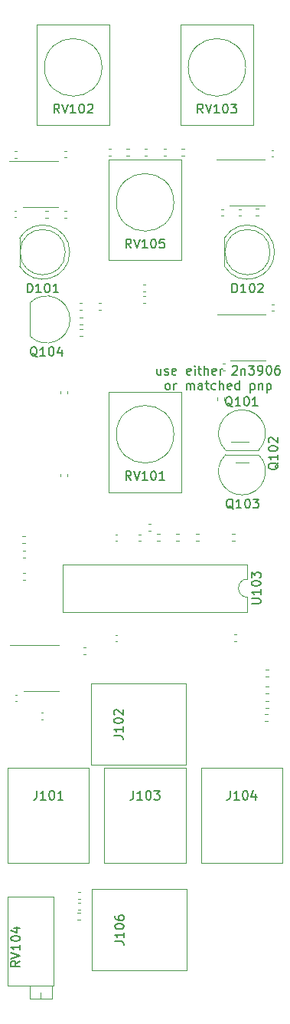
<source format=gbr>
%TF.GenerationSoftware,KiCad,Pcbnew,(5.1.7-0-10_14)*%
%TF.CreationDate,2021-05-19T07:56:11-04:00*%
%TF.ProjectId,VCF,5643462e-6b69-4636-9164-5f7063625858,rev?*%
%TF.SameCoordinates,Original*%
%TF.FileFunction,Legend,Top*%
%TF.FilePolarity,Positive*%
%FSLAX46Y46*%
G04 Gerber Fmt 4.6, Leading zero omitted, Abs format (unit mm)*
G04 Created by KiCad (PCBNEW (5.1.7-0-10_14)) date 2021-05-19 07:56:11*
%MOMM*%
%LPD*%
G01*
G04 APERTURE LIST*
%ADD10C,0.150000*%
%ADD11C,0.120000*%
G04 APERTURE END LIST*
D10*
X117242857Y-108160714D02*
X117242857Y-108827380D01*
X116814285Y-108160714D02*
X116814285Y-108684523D01*
X116861904Y-108779761D01*
X116957142Y-108827380D01*
X117100000Y-108827380D01*
X117195238Y-108779761D01*
X117242857Y-108732142D01*
X117671428Y-108779761D02*
X117766666Y-108827380D01*
X117957142Y-108827380D01*
X118052380Y-108779761D01*
X118100000Y-108684523D01*
X118100000Y-108636904D01*
X118052380Y-108541666D01*
X117957142Y-108494047D01*
X117814285Y-108494047D01*
X117719047Y-108446428D01*
X117671428Y-108351190D01*
X117671428Y-108303571D01*
X117719047Y-108208333D01*
X117814285Y-108160714D01*
X117957142Y-108160714D01*
X118052380Y-108208333D01*
X118909523Y-108779761D02*
X118814285Y-108827380D01*
X118623809Y-108827380D01*
X118528571Y-108779761D01*
X118480952Y-108684523D01*
X118480952Y-108303571D01*
X118528571Y-108208333D01*
X118623809Y-108160714D01*
X118814285Y-108160714D01*
X118909523Y-108208333D01*
X118957142Y-108303571D01*
X118957142Y-108398809D01*
X118480952Y-108494047D01*
X120528571Y-108779761D02*
X120433333Y-108827380D01*
X120242857Y-108827380D01*
X120147619Y-108779761D01*
X120100000Y-108684523D01*
X120100000Y-108303571D01*
X120147619Y-108208333D01*
X120242857Y-108160714D01*
X120433333Y-108160714D01*
X120528571Y-108208333D01*
X120576190Y-108303571D01*
X120576190Y-108398809D01*
X120100000Y-108494047D01*
X121004761Y-108827380D02*
X121004761Y-108160714D01*
X121004761Y-107827380D02*
X120957142Y-107875000D01*
X121004761Y-107922619D01*
X121052380Y-107875000D01*
X121004761Y-107827380D01*
X121004761Y-107922619D01*
X121338095Y-108160714D02*
X121719047Y-108160714D01*
X121480952Y-107827380D02*
X121480952Y-108684523D01*
X121528571Y-108779761D01*
X121623809Y-108827380D01*
X121719047Y-108827380D01*
X122052380Y-108827380D02*
X122052380Y-107827380D01*
X122480952Y-108827380D02*
X122480952Y-108303571D01*
X122433333Y-108208333D01*
X122338095Y-108160714D01*
X122195238Y-108160714D01*
X122100000Y-108208333D01*
X122052380Y-108255952D01*
X123338095Y-108779761D02*
X123242857Y-108827380D01*
X123052380Y-108827380D01*
X122957142Y-108779761D01*
X122909523Y-108684523D01*
X122909523Y-108303571D01*
X122957142Y-108208333D01*
X123052380Y-108160714D01*
X123242857Y-108160714D01*
X123338095Y-108208333D01*
X123385714Y-108303571D01*
X123385714Y-108398809D01*
X122909523Y-108494047D01*
X123814285Y-108827380D02*
X123814285Y-108160714D01*
X123814285Y-108351190D02*
X123861904Y-108255952D01*
X123909523Y-108208333D01*
X124004761Y-108160714D01*
X124100000Y-108160714D01*
X125147619Y-107922619D02*
X125195238Y-107875000D01*
X125290476Y-107827380D01*
X125528571Y-107827380D01*
X125623809Y-107875000D01*
X125671428Y-107922619D01*
X125719047Y-108017857D01*
X125719047Y-108113095D01*
X125671428Y-108255952D01*
X125100000Y-108827380D01*
X125719047Y-108827380D01*
X126147619Y-108160714D02*
X126147619Y-108827380D01*
X126147619Y-108255952D02*
X126195238Y-108208333D01*
X126290476Y-108160714D01*
X126433333Y-108160714D01*
X126528571Y-108208333D01*
X126576190Y-108303571D01*
X126576190Y-108827380D01*
X126957142Y-107827380D02*
X127576190Y-107827380D01*
X127242857Y-108208333D01*
X127385714Y-108208333D01*
X127480952Y-108255952D01*
X127528571Y-108303571D01*
X127576190Y-108398809D01*
X127576190Y-108636904D01*
X127528571Y-108732142D01*
X127480952Y-108779761D01*
X127385714Y-108827380D01*
X127100000Y-108827380D01*
X127004761Y-108779761D01*
X126957142Y-108732142D01*
X128052380Y-108827380D02*
X128242857Y-108827380D01*
X128338095Y-108779761D01*
X128385714Y-108732142D01*
X128480952Y-108589285D01*
X128528571Y-108398809D01*
X128528571Y-108017857D01*
X128480952Y-107922619D01*
X128433333Y-107875000D01*
X128338095Y-107827380D01*
X128147619Y-107827380D01*
X128052380Y-107875000D01*
X128004761Y-107922619D01*
X127957142Y-108017857D01*
X127957142Y-108255952D01*
X128004761Y-108351190D01*
X128052380Y-108398809D01*
X128147619Y-108446428D01*
X128338095Y-108446428D01*
X128433333Y-108398809D01*
X128480952Y-108351190D01*
X128528571Y-108255952D01*
X129147619Y-107827380D02*
X129242857Y-107827380D01*
X129338095Y-107875000D01*
X129385714Y-107922619D01*
X129433333Y-108017857D01*
X129480952Y-108208333D01*
X129480952Y-108446428D01*
X129433333Y-108636904D01*
X129385714Y-108732142D01*
X129338095Y-108779761D01*
X129242857Y-108827380D01*
X129147619Y-108827380D01*
X129052380Y-108779761D01*
X129004761Y-108732142D01*
X128957142Y-108636904D01*
X128909523Y-108446428D01*
X128909523Y-108208333D01*
X128957142Y-108017857D01*
X129004761Y-107922619D01*
X129052380Y-107875000D01*
X129147619Y-107827380D01*
X130338095Y-107827380D02*
X130147619Y-107827380D01*
X130052380Y-107875000D01*
X130004761Y-107922619D01*
X129909523Y-108065476D01*
X129861904Y-108255952D01*
X129861904Y-108636904D01*
X129909523Y-108732142D01*
X129957142Y-108779761D01*
X130052380Y-108827380D01*
X130242857Y-108827380D01*
X130338095Y-108779761D01*
X130385714Y-108732142D01*
X130433333Y-108636904D01*
X130433333Y-108398809D01*
X130385714Y-108303571D01*
X130338095Y-108255952D01*
X130242857Y-108208333D01*
X130052380Y-108208333D01*
X129957142Y-108255952D01*
X129909523Y-108303571D01*
X129861904Y-108398809D01*
X117933333Y-110477380D02*
X117838095Y-110429761D01*
X117790476Y-110382142D01*
X117742857Y-110286904D01*
X117742857Y-110001190D01*
X117790476Y-109905952D01*
X117838095Y-109858333D01*
X117933333Y-109810714D01*
X118076190Y-109810714D01*
X118171428Y-109858333D01*
X118219047Y-109905952D01*
X118266666Y-110001190D01*
X118266666Y-110286904D01*
X118219047Y-110382142D01*
X118171428Y-110429761D01*
X118076190Y-110477380D01*
X117933333Y-110477380D01*
X118695238Y-110477380D02*
X118695238Y-109810714D01*
X118695238Y-110001190D02*
X118742857Y-109905952D01*
X118790476Y-109858333D01*
X118885714Y-109810714D01*
X118980952Y-109810714D01*
X120076190Y-110477380D02*
X120076190Y-109810714D01*
X120076190Y-109905952D02*
X120123809Y-109858333D01*
X120219047Y-109810714D01*
X120361904Y-109810714D01*
X120457142Y-109858333D01*
X120504761Y-109953571D01*
X120504761Y-110477380D01*
X120504761Y-109953571D02*
X120552380Y-109858333D01*
X120647619Y-109810714D01*
X120790476Y-109810714D01*
X120885714Y-109858333D01*
X120933333Y-109953571D01*
X120933333Y-110477380D01*
X121838095Y-110477380D02*
X121838095Y-109953571D01*
X121790476Y-109858333D01*
X121695238Y-109810714D01*
X121504761Y-109810714D01*
X121409523Y-109858333D01*
X121838095Y-110429761D02*
X121742857Y-110477380D01*
X121504761Y-110477380D01*
X121409523Y-110429761D01*
X121361904Y-110334523D01*
X121361904Y-110239285D01*
X121409523Y-110144047D01*
X121504761Y-110096428D01*
X121742857Y-110096428D01*
X121838095Y-110048809D01*
X122171428Y-109810714D02*
X122552380Y-109810714D01*
X122314285Y-109477380D02*
X122314285Y-110334523D01*
X122361904Y-110429761D01*
X122457142Y-110477380D01*
X122552380Y-110477380D01*
X123314285Y-110429761D02*
X123219047Y-110477380D01*
X123028571Y-110477380D01*
X122933333Y-110429761D01*
X122885714Y-110382142D01*
X122838095Y-110286904D01*
X122838095Y-110001190D01*
X122885714Y-109905952D01*
X122933333Y-109858333D01*
X123028571Y-109810714D01*
X123219047Y-109810714D01*
X123314285Y-109858333D01*
X123742857Y-110477380D02*
X123742857Y-109477380D01*
X124171428Y-110477380D02*
X124171428Y-109953571D01*
X124123809Y-109858333D01*
X124028571Y-109810714D01*
X123885714Y-109810714D01*
X123790476Y-109858333D01*
X123742857Y-109905952D01*
X125028571Y-110429761D02*
X124933333Y-110477380D01*
X124742857Y-110477380D01*
X124647619Y-110429761D01*
X124600000Y-110334523D01*
X124600000Y-109953571D01*
X124647619Y-109858333D01*
X124742857Y-109810714D01*
X124933333Y-109810714D01*
X125028571Y-109858333D01*
X125076190Y-109953571D01*
X125076190Y-110048809D01*
X124600000Y-110144047D01*
X125933333Y-110477380D02*
X125933333Y-109477380D01*
X125933333Y-110429761D02*
X125838095Y-110477380D01*
X125647619Y-110477380D01*
X125552380Y-110429761D01*
X125504761Y-110382142D01*
X125457142Y-110286904D01*
X125457142Y-110001190D01*
X125504761Y-109905952D01*
X125552380Y-109858333D01*
X125647619Y-109810714D01*
X125838095Y-109810714D01*
X125933333Y-109858333D01*
X127171428Y-109810714D02*
X127171428Y-110810714D01*
X127171428Y-109858333D02*
X127266666Y-109810714D01*
X127457142Y-109810714D01*
X127552380Y-109858333D01*
X127600000Y-109905952D01*
X127647619Y-110001190D01*
X127647619Y-110286904D01*
X127600000Y-110382142D01*
X127552380Y-110429761D01*
X127457142Y-110477380D01*
X127266666Y-110477380D01*
X127171428Y-110429761D01*
X128076190Y-109810714D02*
X128076190Y-110477380D01*
X128076190Y-109905952D02*
X128123809Y-109858333D01*
X128219047Y-109810714D01*
X128361904Y-109810714D01*
X128457142Y-109858333D01*
X128504761Y-109953571D01*
X128504761Y-110477380D01*
X128980952Y-109810714D02*
X128980952Y-110810714D01*
X128980952Y-109858333D02*
X129076190Y-109810714D01*
X129266666Y-109810714D01*
X129361904Y-109858333D01*
X129409523Y-109905952D01*
X129457142Y-110001190D01*
X129457142Y-110286904D01*
X129409523Y-110382142D01*
X129361904Y-110429761D01*
X129266666Y-110477380D01*
X129076190Y-110477380D01*
X128980952Y-110429761D01*
D11*
%TO.C,U105*%
X126900000Y-102140000D02*
X123450000Y-102140000D01*
X126900000Y-102140000D02*
X128850000Y-102140000D01*
X126900000Y-107260000D02*
X124950000Y-107260000D01*
X126900000Y-107260000D02*
X128850000Y-107260000D01*
%TO.C,U104*%
X104000000Y-138640000D02*
X100550000Y-138640000D01*
X104000000Y-138640000D02*
X105950000Y-138640000D01*
X104000000Y-143760000D02*
X102050000Y-143760000D01*
X104000000Y-143760000D02*
X105950000Y-143760000D01*
%TO.C,U103*%
X126830000Y-135040000D02*
X126830000Y-133390000D01*
X106390000Y-135040000D02*
X126830000Y-135040000D01*
X106390000Y-129740000D02*
X106390000Y-135040000D01*
X126830000Y-129740000D02*
X106390000Y-129740000D01*
X126830000Y-131390000D02*
X126830000Y-129740000D01*
X126830000Y-133390000D02*
G75*
G02*
X126830000Y-131390000I0J1000000D01*
G01*
%TO.C,U102*%
X126825000Y-85075000D02*
X123375000Y-85075000D01*
X126825000Y-85075000D02*
X128775000Y-85075000D01*
X126825000Y-90195000D02*
X124875000Y-90195000D01*
X126825000Y-90195000D02*
X128775000Y-90195000D01*
%TO.C,U101*%
X103925000Y-85245000D02*
X100475000Y-85245000D01*
X103925000Y-85245000D02*
X105875000Y-85245000D01*
X103925000Y-90365000D02*
X101975000Y-90365000D01*
X103925000Y-90365000D02*
X105875000Y-90365000D01*
%TO.C,RV105*%
X119500000Y-89900000D02*
X119500000Y-96200000D01*
X119500000Y-96200000D02*
X111500000Y-96200000D01*
X111500000Y-96200000D02*
X111500000Y-89900000D01*
X111500000Y-89900000D02*
X111500000Y-85100000D01*
X111500000Y-85100000D02*
X119500000Y-85100000D01*
X119500000Y-85100000D02*
X119500000Y-89900000D01*
X118680000Y-89800000D02*
G75*
G03*
X118680000Y-89800000I-3180000J0D01*
G01*
%TO.C,RV104*%
X103950000Y-177745000D02*
X103950000Y-176986000D01*
X102735000Y-176226000D02*
X105165000Y-176226000D01*
X102735000Y-177745000D02*
X105165000Y-177745000D01*
X105165000Y-177745000D02*
X105165000Y-176226000D01*
X102735000Y-177745000D02*
X102735000Y-176226000D01*
X100270000Y-166455000D02*
X105340000Y-166455000D01*
X100270000Y-176225000D02*
X105340000Y-176225000D01*
X105340000Y-176225000D02*
X105340000Y-166455000D01*
X100270000Y-176225000D02*
X100270000Y-166455000D01*
%TO.C,RV103*%
X127450000Y-75000000D02*
X127450000Y-81300000D01*
X127450000Y-81300000D02*
X119450000Y-81300000D01*
X119450000Y-81300000D02*
X119450000Y-75000000D01*
X119450000Y-75000000D02*
X119450000Y-70200000D01*
X119450000Y-70200000D02*
X127450000Y-70200000D01*
X127450000Y-70200000D02*
X127450000Y-75000000D01*
X126630000Y-74900000D02*
G75*
G03*
X126630000Y-74900000I-3180000J0D01*
G01*
%TO.C,RV102*%
X111550000Y-75000000D02*
X111550000Y-81300000D01*
X111550000Y-81300000D02*
X103550000Y-81300000D01*
X103550000Y-81300000D02*
X103550000Y-75000000D01*
X103550000Y-75000000D02*
X103550000Y-70200000D01*
X103550000Y-70200000D02*
X111550000Y-70200000D01*
X111550000Y-70200000D02*
X111550000Y-75000000D01*
X110730000Y-74900000D02*
G75*
G03*
X110730000Y-74900000I-3180000J0D01*
G01*
%TO.C,RV101*%
X119500000Y-115500000D02*
X119500000Y-121800000D01*
X119500000Y-121800000D02*
X111500000Y-121800000D01*
X111500000Y-121800000D02*
X111500000Y-115500000D01*
X111500000Y-115500000D02*
X111500000Y-110700000D01*
X111500000Y-110700000D02*
X119500000Y-110700000D01*
X119500000Y-110700000D02*
X119500000Y-115500000D01*
X118680000Y-115400000D02*
G75*
G03*
X118680000Y-115400000I-3180000J0D01*
G01*
%TO.C,R130*%
X108056359Y-166680000D02*
X108363641Y-166680000D01*
X108056359Y-165920000D02*
X108363641Y-165920000D01*
%TO.C,R129*%
X108236359Y-101680000D02*
X108543641Y-101680000D01*
X108236359Y-100920000D02*
X108543641Y-100920000D01*
%TO.C,R128*%
X108563641Y-103820000D02*
X108256359Y-103820000D01*
X108563641Y-104580000D02*
X108256359Y-104580000D01*
%TO.C,R127*%
X108563641Y-102520000D02*
X108256359Y-102520000D01*
X108563641Y-103280000D02*
X108256359Y-103280000D01*
%TO.C,R126*%
X115236359Y-100880000D02*
X115543641Y-100880000D01*
X115236359Y-100120000D02*
X115543641Y-100120000D01*
%TO.C,R125*%
X128746359Y-147080000D02*
X129053641Y-147080000D01*
X128746359Y-146320000D02*
X129053641Y-146320000D01*
%TO.C,R124*%
X115236359Y-99680000D02*
X115543641Y-99680000D01*
X115236359Y-98920000D02*
X115543641Y-98920000D01*
%TO.C,R123*%
X125136359Y-127180000D02*
X125443641Y-127180000D01*
X125136359Y-126420000D02*
X125443641Y-126420000D01*
%TO.C,R122*%
X116836359Y-127180000D02*
X117143641Y-127180000D01*
X116836359Y-126420000D02*
X117143641Y-126420000D01*
%TO.C,R121*%
X119536359Y-84680000D02*
X119843641Y-84680000D01*
X119536359Y-83920000D02*
X119843641Y-83920000D01*
%TO.C,R120*%
X121136359Y-127180000D02*
X121443641Y-127180000D01*
X121136359Y-126420000D02*
X121443641Y-126420000D01*
%TO.C,R119*%
X118936359Y-127180000D02*
X119243641Y-127180000D01*
X118936359Y-126420000D02*
X119243641Y-126420000D01*
%TO.C,R118*%
X102263641Y-128220000D02*
X101956359Y-128220000D01*
X102263641Y-128980000D02*
X101956359Y-128980000D01*
%TO.C,R117*%
X117843641Y-83920000D02*
X117536359Y-83920000D01*
X117843641Y-84680000D02*
X117536359Y-84680000D01*
%TO.C,R116*%
X115436359Y-84680000D02*
X115743641Y-84680000D01*
X115436359Y-83920000D02*
X115743641Y-83920000D01*
%TO.C,R115*%
X125336359Y-138280000D02*
X125643641Y-138280000D01*
X125336359Y-137520000D02*
X125643641Y-137520000D01*
%TO.C,R114*%
X101936359Y-127380000D02*
X102243641Y-127380000D01*
X101936359Y-126620000D02*
X102243641Y-126620000D01*
%TO.C,R113*%
X128836359Y-142180000D02*
X129143641Y-142180000D01*
X128836359Y-141420000D02*
X129143641Y-141420000D01*
%TO.C,R112*%
X102263641Y-130720000D02*
X101956359Y-130720000D01*
X102263641Y-131480000D02*
X101956359Y-131480000D01*
%TO.C,R111*%
X101343641Y-84120000D02*
X101036359Y-84120000D01*
X101343641Y-84880000D02*
X101036359Y-84880000D01*
%TO.C,R110*%
X128063641Y-90520000D02*
X127756359Y-90520000D01*
X128063641Y-91280000D02*
X127756359Y-91280000D01*
%TO.C,R109*%
X124280000Y-111663641D02*
X124280000Y-111356359D01*
X123520000Y-111663641D02*
X123520000Y-111356359D01*
%TO.C,R108*%
X108036359Y-168980000D02*
X108343641Y-168980000D01*
X108036359Y-168220000D02*
X108343641Y-168220000D01*
%TO.C,R107*%
X104456359Y-91480000D02*
X104763641Y-91480000D01*
X104456359Y-90720000D02*
X104763641Y-90720000D01*
%TO.C,R106*%
X111743641Y-83920000D02*
X111436359Y-83920000D01*
X111743641Y-84680000D02*
X111436359Y-84680000D01*
%TO.C,R105*%
X113743641Y-83920000D02*
X113436359Y-83920000D01*
X113743641Y-84680000D02*
X113436359Y-84680000D01*
%TO.C,R104*%
X106843641Y-90720000D02*
X106536359Y-90720000D01*
X106843641Y-91480000D02*
X106536359Y-91480000D01*
%TO.C,R103*%
X116143641Y-125320000D02*
X115836359Y-125320000D01*
X116143641Y-126080000D02*
X115836359Y-126080000D01*
%TO.C,R102*%
X128836359Y-145580000D02*
X129143641Y-145580000D01*
X128836359Y-144820000D02*
X129143641Y-144820000D01*
%TO.C,R101*%
X128836359Y-143980000D02*
X129143641Y-143980000D01*
X128836359Y-143220000D02*
X129143641Y-143220000D01*
%TO.C,Q104*%
X102750000Y-100930000D02*
X102750000Y-104530000D01*
X102761522Y-104568478D02*
G75*
G03*
X107200000Y-102730000I1838478J1838478D01*
G01*
X102761522Y-100891522D02*
G75*
G02*
X107200000Y-102730000I1838478J-1838478D01*
G01*
%TO.C,Q103*%
X128030000Y-117650000D02*
X124430000Y-117650000D01*
X124391522Y-117661522D02*
G75*
G03*
X126230000Y-122100000I1838478J-1838478D01*
G01*
X128068478Y-117661522D02*
G75*
G02*
X126230000Y-122100000I-1838478J-1838478D01*
G01*
%TO.C,Q102*%
X125530000Y-118560000D02*
X126930000Y-118560000D01*
X126930000Y-116240000D02*
X125030000Y-116240000D01*
%TO.C,Q101*%
X124430000Y-117150000D02*
X128030000Y-117150000D01*
X128068478Y-117138478D02*
G75*
G03*
X126230000Y-112700000I-1838478J1838478D01*
G01*
X124391522Y-117138478D02*
G75*
G02*
X126230000Y-112700000I1838478J1838478D01*
G01*
%TO.C,J106*%
X120100000Y-174600000D02*
X120100000Y-165600000D01*
X120100000Y-165600000D02*
X109600000Y-165600000D01*
X109600000Y-165600000D02*
X109600000Y-174600000D01*
X109600000Y-174600000D02*
X120100000Y-174600000D01*
%TO.C,J104*%
X121700000Y-162700000D02*
X130700000Y-162700000D01*
X130700000Y-162700000D02*
X130700000Y-152200000D01*
X130700000Y-152200000D02*
X121700000Y-152200000D01*
X121700000Y-152200000D02*
X121700000Y-162700000D01*
%TO.C,J103*%
X111000000Y-162700000D02*
X120000000Y-162700000D01*
X120000000Y-162700000D02*
X120000000Y-152200000D01*
X120000000Y-152200000D02*
X111000000Y-152200000D01*
X111000000Y-152200000D02*
X111000000Y-162700000D01*
%TO.C,J102*%
X120000000Y-151900000D02*
X120000000Y-142900000D01*
X120000000Y-142900000D02*
X109500000Y-142900000D01*
X109500000Y-142900000D02*
X109500000Y-151900000D01*
X109500000Y-151900000D02*
X120000000Y-151900000D01*
%TO.C,J101*%
X100300000Y-162700000D02*
X109300000Y-162700000D01*
X109300000Y-162700000D02*
X109300000Y-152200000D01*
X109300000Y-152200000D02*
X100300000Y-152200000D01*
X100300000Y-152200000D02*
X100300000Y-162700000D01*
%TO.C,D102*%
X124270000Y-93755000D02*
X124270000Y-96845000D01*
X129330000Y-95300000D02*
G75*
G03*
X129330000Y-95300000I-2500000J0D01*
G01*
X129820000Y-95299538D02*
G75*
G02*
X124270000Y-96844830I-2990000J-462D01*
G01*
X129820000Y-95300462D02*
G75*
G03*
X124270000Y-93755170I-2990000J462D01*
G01*
%TO.C,D101*%
X101610000Y-93755000D02*
X101610000Y-96845000D01*
X106670000Y-95300000D02*
G75*
G03*
X106670000Y-95300000I-2500000J0D01*
G01*
X107160000Y-95299538D02*
G75*
G02*
X101610000Y-96844830I-2990000J-462D01*
G01*
X107160000Y-95300462D02*
G75*
G03*
X101610000Y-93755170I-2990000J462D01*
G01*
%TO.C,C117*%
X108327836Y-167140000D02*
X108112164Y-167140000D01*
X108327836Y-167860000D02*
X108112164Y-167860000D01*
%TO.C,C116*%
X106140000Y-119812164D02*
X106140000Y-120027836D01*
X106860000Y-119812164D02*
X106860000Y-120027836D01*
%TO.C,C115*%
X106140000Y-110672164D02*
X106140000Y-110887836D01*
X106860000Y-110672164D02*
X106860000Y-110887836D01*
%TO.C,C114*%
X124327836Y-107640000D02*
X124112164Y-107640000D01*
X124327836Y-108360000D02*
X124112164Y-108360000D01*
%TO.C,C113*%
X129727836Y-101040000D02*
X129512164Y-101040000D01*
X129727836Y-101760000D02*
X129512164Y-101760000D01*
%TO.C,C112*%
X110372164Y-101660000D02*
X110587836Y-101660000D01*
X110372164Y-100940000D02*
X110587836Y-100940000D01*
%TO.C,C111*%
X101327836Y-144140000D02*
X101112164Y-144140000D01*
X101327836Y-144860000D02*
X101112164Y-144860000D01*
%TO.C,C110*%
X108887836Y-138940000D02*
X108672164Y-138940000D01*
X108887836Y-139660000D02*
X108672164Y-139660000D01*
%TO.C,C109*%
X124127836Y-90540000D02*
X123912164Y-90540000D01*
X124127836Y-91260000D02*
X123912164Y-91260000D01*
%TO.C,C108*%
X129687836Y-84040000D02*
X129472164Y-84040000D01*
X129687836Y-84760000D02*
X129472164Y-84760000D01*
%TO.C,C107*%
X101012164Y-91460000D02*
X101227836Y-91460000D01*
X101012164Y-90740000D02*
X101227836Y-90740000D01*
%TO.C,C106*%
X106592164Y-84860000D02*
X106807836Y-84860000D01*
X106592164Y-84140000D02*
X106807836Y-84140000D01*
%TO.C,C105*%
X112407836Y-126460000D02*
X112192164Y-126460000D01*
X112407836Y-127180000D02*
X112192164Y-127180000D01*
%TO.C,C104*%
X112212164Y-138260000D02*
X112427836Y-138260000D01*
X112212164Y-137540000D02*
X112427836Y-137540000D01*
%TO.C,C103*%
X115027836Y-126440000D02*
X114812164Y-126440000D01*
X115027836Y-127160000D02*
X114812164Y-127160000D01*
%TO.C,C102*%
X104012164Y-146860000D02*
X104227836Y-146860000D01*
X104012164Y-146140000D02*
X104227836Y-146140000D01*
%TO.C,C101*%
X125872164Y-91260000D02*
X126087836Y-91260000D01*
X125872164Y-90540000D02*
X126087836Y-90540000D01*
%TO.C,U103*%
D10*
X127282380Y-134104285D02*
X128091904Y-134104285D01*
X128187142Y-134056666D01*
X128234761Y-134009047D01*
X128282380Y-133913809D01*
X128282380Y-133723333D01*
X128234761Y-133628095D01*
X128187142Y-133580476D01*
X128091904Y-133532857D01*
X127282380Y-133532857D01*
X128282380Y-132532857D02*
X128282380Y-133104285D01*
X128282380Y-132818571D02*
X127282380Y-132818571D01*
X127425238Y-132913809D01*
X127520476Y-133009047D01*
X127568095Y-133104285D01*
X127282380Y-131913809D02*
X127282380Y-131818571D01*
X127330000Y-131723333D01*
X127377619Y-131675714D01*
X127472857Y-131628095D01*
X127663333Y-131580476D01*
X127901428Y-131580476D01*
X128091904Y-131628095D01*
X128187142Y-131675714D01*
X128234761Y-131723333D01*
X128282380Y-131818571D01*
X128282380Y-131913809D01*
X128234761Y-132009047D01*
X128187142Y-132056666D01*
X128091904Y-132104285D01*
X127901428Y-132151904D01*
X127663333Y-132151904D01*
X127472857Y-132104285D01*
X127377619Y-132056666D01*
X127330000Y-132009047D01*
X127282380Y-131913809D01*
X127282380Y-131247142D02*
X127282380Y-130628095D01*
X127663333Y-130961428D01*
X127663333Y-130818571D01*
X127710952Y-130723333D01*
X127758571Y-130675714D01*
X127853809Y-130628095D01*
X128091904Y-130628095D01*
X128187142Y-130675714D01*
X128234761Y-130723333D01*
X128282380Y-130818571D01*
X128282380Y-131104285D01*
X128234761Y-131199523D01*
X128187142Y-131247142D01*
%TO.C,RV105*%
X113952380Y-94852380D02*
X113619047Y-94376190D01*
X113380952Y-94852380D02*
X113380952Y-93852380D01*
X113761904Y-93852380D01*
X113857142Y-93900000D01*
X113904761Y-93947619D01*
X113952380Y-94042857D01*
X113952380Y-94185714D01*
X113904761Y-94280952D01*
X113857142Y-94328571D01*
X113761904Y-94376190D01*
X113380952Y-94376190D01*
X114238095Y-93852380D02*
X114571428Y-94852380D01*
X114904761Y-93852380D01*
X115761904Y-94852380D02*
X115190476Y-94852380D01*
X115476190Y-94852380D02*
X115476190Y-93852380D01*
X115380952Y-93995238D01*
X115285714Y-94090476D01*
X115190476Y-94138095D01*
X116380952Y-93852380D02*
X116476190Y-93852380D01*
X116571428Y-93900000D01*
X116619047Y-93947619D01*
X116666666Y-94042857D01*
X116714285Y-94233333D01*
X116714285Y-94471428D01*
X116666666Y-94661904D01*
X116619047Y-94757142D01*
X116571428Y-94804761D01*
X116476190Y-94852380D01*
X116380952Y-94852380D01*
X116285714Y-94804761D01*
X116238095Y-94757142D01*
X116190476Y-94661904D01*
X116142857Y-94471428D01*
X116142857Y-94233333D01*
X116190476Y-94042857D01*
X116238095Y-93947619D01*
X116285714Y-93900000D01*
X116380952Y-93852380D01*
X117619047Y-93852380D02*
X117142857Y-93852380D01*
X117095238Y-94328571D01*
X117142857Y-94280952D01*
X117238095Y-94233333D01*
X117476190Y-94233333D01*
X117571428Y-94280952D01*
X117619047Y-94328571D01*
X117666666Y-94423809D01*
X117666666Y-94661904D01*
X117619047Y-94757142D01*
X117571428Y-94804761D01*
X117476190Y-94852380D01*
X117238095Y-94852380D01*
X117142857Y-94804761D01*
X117095238Y-94757142D01*
%TO.C,RV104*%
X101652380Y-173547619D02*
X101176190Y-173880952D01*
X101652380Y-174119047D02*
X100652380Y-174119047D01*
X100652380Y-173738095D01*
X100700000Y-173642857D01*
X100747619Y-173595238D01*
X100842857Y-173547619D01*
X100985714Y-173547619D01*
X101080952Y-173595238D01*
X101128571Y-173642857D01*
X101176190Y-173738095D01*
X101176190Y-174119047D01*
X100652380Y-173261904D02*
X101652380Y-172928571D01*
X100652380Y-172595238D01*
X101652380Y-171738095D02*
X101652380Y-172309523D01*
X101652380Y-172023809D02*
X100652380Y-172023809D01*
X100795238Y-172119047D01*
X100890476Y-172214285D01*
X100938095Y-172309523D01*
X100652380Y-171119047D02*
X100652380Y-171023809D01*
X100700000Y-170928571D01*
X100747619Y-170880952D01*
X100842857Y-170833333D01*
X101033333Y-170785714D01*
X101271428Y-170785714D01*
X101461904Y-170833333D01*
X101557142Y-170880952D01*
X101604761Y-170928571D01*
X101652380Y-171023809D01*
X101652380Y-171119047D01*
X101604761Y-171214285D01*
X101557142Y-171261904D01*
X101461904Y-171309523D01*
X101271428Y-171357142D01*
X101033333Y-171357142D01*
X100842857Y-171309523D01*
X100747619Y-171261904D01*
X100700000Y-171214285D01*
X100652380Y-171119047D01*
X100985714Y-169928571D02*
X101652380Y-169928571D01*
X100604761Y-170166666D02*
X101319047Y-170404761D01*
X101319047Y-169785714D01*
%TO.C,RV103*%
X121902380Y-79952380D02*
X121569047Y-79476190D01*
X121330952Y-79952380D02*
X121330952Y-78952380D01*
X121711904Y-78952380D01*
X121807142Y-79000000D01*
X121854761Y-79047619D01*
X121902380Y-79142857D01*
X121902380Y-79285714D01*
X121854761Y-79380952D01*
X121807142Y-79428571D01*
X121711904Y-79476190D01*
X121330952Y-79476190D01*
X122188095Y-78952380D02*
X122521428Y-79952380D01*
X122854761Y-78952380D01*
X123711904Y-79952380D02*
X123140476Y-79952380D01*
X123426190Y-79952380D02*
X123426190Y-78952380D01*
X123330952Y-79095238D01*
X123235714Y-79190476D01*
X123140476Y-79238095D01*
X124330952Y-78952380D02*
X124426190Y-78952380D01*
X124521428Y-79000000D01*
X124569047Y-79047619D01*
X124616666Y-79142857D01*
X124664285Y-79333333D01*
X124664285Y-79571428D01*
X124616666Y-79761904D01*
X124569047Y-79857142D01*
X124521428Y-79904761D01*
X124426190Y-79952380D01*
X124330952Y-79952380D01*
X124235714Y-79904761D01*
X124188095Y-79857142D01*
X124140476Y-79761904D01*
X124092857Y-79571428D01*
X124092857Y-79333333D01*
X124140476Y-79142857D01*
X124188095Y-79047619D01*
X124235714Y-79000000D01*
X124330952Y-78952380D01*
X124997619Y-78952380D02*
X125616666Y-78952380D01*
X125283333Y-79333333D01*
X125426190Y-79333333D01*
X125521428Y-79380952D01*
X125569047Y-79428571D01*
X125616666Y-79523809D01*
X125616666Y-79761904D01*
X125569047Y-79857142D01*
X125521428Y-79904761D01*
X125426190Y-79952380D01*
X125140476Y-79952380D01*
X125045238Y-79904761D01*
X124997619Y-79857142D01*
%TO.C,RV102*%
X106002380Y-79952380D02*
X105669047Y-79476190D01*
X105430952Y-79952380D02*
X105430952Y-78952380D01*
X105811904Y-78952380D01*
X105907142Y-79000000D01*
X105954761Y-79047619D01*
X106002380Y-79142857D01*
X106002380Y-79285714D01*
X105954761Y-79380952D01*
X105907142Y-79428571D01*
X105811904Y-79476190D01*
X105430952Y-79476190D01*
X106288095Y-78952380D02*
X106621428Y-79952380D01*
X106954761Y-78952380D01*
X107811904Y-79952380D02*
X107240476Y-79952380D01*
X107526190Y-79952380D02*
X107526190Y-78952380D01*
X107430952Y-79095238D01*
X107335714Y-79190476D01*
X107240476Y-79238095D01*
X108430952Y-78952380D02*
X108526190Y-78952380D01*
X108621428Y-79000000D01*
X108669047Y-79047619D01*
X108716666Y-79142857D01*
X108764285Y-79333333D01*
X108764285Y-79571428D01*
X108716666Y-79761904D01*
X108669047Y-79857142D01*
X108621428Y-79904761D01*
X108526190Y-79952380D01*
X108430952Y-79952380D01*
X108335714Y-79904761D01*
X108288095Y-79857142D01*
X108240476Y-79761904D01*
X108192857Y-79571428D01*
X108192857Y-79333333D01*
X108240476Y-79142857D01*
X108288095Y-79047619D01*
X108335714Y-79000000D01*
X108430952Y-78952380D01*
X109145238Y-79047619D02*
X109192857Y-79000000D01*
X109288095Y-78952380D01*
X109526190Y-78952380D01*
X109621428Y-79000000D01*
X109669047Y-79047619D01*
X109716666Y-79142857D01*
X109716666Y-79238095D01*
X109669047Y-79380952D01*
X109097619Y-79952380D01*
X109716666Y-79952380D01*
%TO.C,RV101*%
X113952380Y-120452380D02*
X113619047Y-119976190D01*
X113380952Y-120452380D02*
X113380952Y-119452380D01*
X113761904Y-119452380D01*
X113857142Y-119500000D01*
X113904761Y-119547619D01*
X113952380Y-119642857D01*
X113952380Y-119785714D01*
X113904761Y-119880952D01*
X113857142Y-119928571D01*
X113761904Y-119976190D01*
X113380952Y-119976190D01*
X114238095Y-119452380D02*
X114571428Y-120452380D01*
X114904761Y-119452380D01*
X115761904Y-120452380D02*
X115190476Y-120452380D01*
X115476190Y-120452380D02*
X115476190Y-119452380D01*
X115380952Y-119595238D01*
X115285714Y-119690476D01*
X115190476Y-119738095D01*
X116380952Y-119452380D02*
X116476190Y-119452380D01*
X116571428Y-119500000D01*
X116619047Y-119547619D01*
X116666666Y-119642857D01*
X116714285Y-119833333D01*
X116714285Y-120071428D01*
X116666666Y-120261904D01*
X116619047Y-120357142D01*
X116571428Y-120404761D01*
X116476190Y-120452380D01*
X116380952Y-120452380D01*
X116285714Y-120404761D01*
X116238095Y-120357142D01*
X116190476Y-120261904D01*
X116142857Y-120071428D01*
X116142857Y-119833333D01*
X116190476Y-119642857D01*
X116238095Y-119547619D01*
X116285714Y-119500000D01*
X116380952Y-119452380D01*
X117666666Y-120452380D02*
X117095238Y-120452380D01*
X117380952Y-120452380D02*
X117380952Y-119452380D01*
X117285714Y-119595238D01*
X117190476Y-119690476D01*
X117095238Y-119738095D01*
%TO.C,Q104*%
X103552380Y-106847619D02*
X103457142Y-106800000D01*
X103361904Y-106704761D01*
X103219047Y-106561904D01*
X103123809Y-106514285D01*
X103028571Y-106514285D01*
X103076190Y-106752380D02*
X102980952Y-106704761D01*
X102885714Y-106609523D01*
X102838095Y-106419047D01*
X102838095Y-106085714D01*
X102885714Y-105895238D01*
X102980952Y-105800000D01*
X103076190Y-105752380D01*
X103266666Y-105752380D01*
X103361904Y-105800000D01*
X103457142Y-105895238D01*
X103504761Y-106085714D01*
X103504761Y-106419047D01*
X103457142Y-106609523D01*
X103361904Y-106704761D01*
X103266666Y-106752380D01*
X103076190Y-106752380D01*
X104457142Y-106752380D02*
X103885714Y-106752380D01*
X104171428Y-106752380D02*
X104171428Y-105752380D01*
X104076190Y-105895238D01*
X103980952Y-105990476D01*
X103885714Y-106038095D01*
X105076190Y-105752380D02*
X105171428Y-105752380D01*
X105266666Y-105800000D01*
X105314285Y-105847619D01*
X105361904Y-105942857D01*
X105409523Y-106133333D01*
X105409523Y-106371428D01*
X105361904Y-106561904D01*
X105314285Y-106657142D01*
X105266666Y-106704761D01*
X105171428Y-106752380D01*
X105076190Y-106752380D01*
X104980952Y-106704761D01*
X104933333Y-106657142D01*
X104885714Y-106561904D01*
X104838095Y-106371428D01*
X104838095Y-106133333D01*
X104885714Y-105942857D01*
X104933333Y-105847619D01*
X104980952Y-105800000D01*
X105076190Y-105752380D01*
X106266666Y-106085714D02*
X106266666Y-106752380D01*
X106028571Y-105704761D02*
X105790476Y-106419047D01*
X106409523Y-106419047D01*
%TO.C,Q103*%
X125252380Y-123647619D02*
X125157142Y-123600000D01*
X125061904Y-123504761D01*
X124919047Y-123361904D01*
X124823809Y-123314285D01*
X124728571Y-123314285D01*
X124776190Y-123552380D02*
X124680952Y-123504761D01*
X124585714Y-123409523D01*
X124538095Y-123219047D01*
X124538095Y-122885714D01*
X124585714Y-122695238D01*
X124680952Y-122600000D01*
X124776190Y-122552380D01*
X124966666Y-122552380D01*
X125061904Y-122600000D01*
X125157142Y-122695238D01*
X125204761Y-122885714D01*
X125204761Y-123219047D01*
X125157142Y-123409523D01*
X125061904Y-123504761D01*
X124966666Y-123552380D01*
X124776190Y-123552380D01*
X126157142Y-123552380D02*
X125585714Y-123552380D01*
X125871428Y-123552380D02*
X125871428Y-122552380D01*
X125776190Y-122695238D01*
X125680952Y-122790476D01*
X125585714Y-122838095D01*
X126776190Y-122552380D02*
X126871428Y-122552380D01*
X126966666Y-122600000D01*
X127014285Y-122647619D01*
X127061904Y-122742857D01*
X127109523Y-122933333D01*
X127109523Y-123171428D01*
X127061904Y-123361904D01*
X127014285Y-123457142D01*
X126966666Y-123504761D01*
X126871428Y-123552380D01*
X126776190Y-123552380D01*
X126680952Y-123504761D01*
X126633333Y-123457142D01*
X126585714Y-123361904D01*
X126538095Y-123171428D01*
X126538095Y-122933333D01*
X126585714Y-122742857D01*
X126633333Y-122647619D01*
X126680952Y-122600000D01*
X126776190Y-122552380D01*
X127442857Y-122552380D02*
X128061904Y-122552380D01*
X127728571Y-122933333D01*
X127871428Y-122933333D01*
X127966666Y-122980952D01*
X128014285Y-123028571D01*
X128061904Y-123123809D01*
X128061904Y-123361904D01*
X128014285Y-123457142D01*
X127966666Y-123504761D01*
X127871428Y-123552380D01*
X127585714Y-123552380D01*
X127490476Y-123504761D01*
X127442857Y-123457142D01*
%TO.C,Q102*%
X130247619Y-118547619D02*
X130200000Y-118642857D01*
X130104761Y-118738095D01*
X129961904Y-118880952D01*
X129914285Y-118976190D01*
X129914285Y-119071428D01*
X130152380Y-119023809D02*
X130104761Y-119119047D01*
X130009523Y-119214285D01*
X129819047Y-119261904D01*
X129485714Y-119261904D01*
X129295238Y-119214285D01*
X129200000Y-119119047D01*
X129152380Y-119023809D01*
X129152380Y-118833333D01*
X129200000Y-118738095D01*
X129295238Y-118642857D01*
X129485714Y-118595238D01*
X129819047Y-118595238D01*
X130009523Y-118642857D01*
X130104761Y-118738095D01*
X130152380Y-118833333D01*
X130152380Y-119023809D01*
X130152380Y-117642857D02*
X130152380Y-118214285D01*
X130152380Y-117928571D02*
X129152380Y-117928571D01*
X129295238Y-118023809D01*
X129390476Y-118119047D01*
X129438095Y-118214285D01*
X129152380Y-117023809D02*
X129152380Y-116928571D01*
X129200000Y-116833333D01*
X129247619Y-116785714D01*
X129342857Y-116738095D01*
X129533333Y-116690476D01*
X129771428Y-116690476D01*
X129961904Y-116738095D01*
X130057142Y-116785714D01*
X130104761Y-116833333D01*
X130152380Y-116928571D01*
X130152380Y-117023809D01*
X130104761Y-117119047D01*
X130057142Y-117166666D01*
X129961904Y-117214285D01*
X129771428Y-117261904D01*
X129533333Y-117261904D01*
X129342857Y-117214285D01*
X129247619Y-117166666D01*
X129200000Y-117119047D01*
X129152380Y-117023809D01*
X129247619Y-116309523D02*
X129200000Y-116261904D01*
X129152380Y-116166666D01*
X129152380Y-115928571D01*
X129200000Y-115833333D01*
X129247619Y-115785714D01*
X129342857Y-115738095D01*
X129438095Y-115738095D01*
X129580952Y-115785714D01*
X130152380Y-116357142D01*
X130152380Y-115738095D01*
%TO.C,Q101*%
X125152380Y-112347619D02*
X125057142Y-112300000D01*
X124961904Y-112204761D01*
X124819047Y-112061904D01*
X124723809Y-112014285D01*
X124628571Y-112014285D01*
X124676190Y-112252380D02*
X124580952Y-112204761D01*
X124485714Y-112109523D01*
X124438095Y-111919047D01*
X124438095Y-111585714D01*
X124485714Y-111395238D01*
X124580952Y-111300000D01*
X124676190Y-111252380D01*
X124866666Y-111252380D01*
X124961904Y-111300000D01*
X125057142Y-111395238D01*
X125104761Y-111585714D01*
X125104761Y-111919047D01*
X125057142Y-112109523D01*
X124961904Y-112204761D01*
X124866666Y-112252380D01*
X124676190Y-112252380D01*
X126057142Y-112252380D02*
X125485714Y-112252380D01*
X125771428Y-112252380D02*
X125771428Y-111252380D01*
X125676190Y-111395238D01*
X125580952Y-111490476D01*
X125485714Y-111538095D01*
X126676190Y-111252380D02*
X126771428Y-111252380D01*
X126866666Y-111300000D01*
X126914285Y-111347619D01*
X126961904Y-111442857D01*
X127009523Y-111633333D01*
X127009523Y-111871428D01*
X126961904Y-112061904D01*
X126914285Y-112157142D01*
X126866666Y-112204761D01*
X126771428Y-112252380D01*
X126676190Y-112252380D01*
X126580952Y-112204761D01*
X126533333Y-112157142D01*
X126485714Y-112061904D01*
X126438095Y-111871428D01*
X126438095Y-111633333D01*
X126485714Y-111442857D01*
X126533333Y-111347619D01*
X126580952Y-111300000D01*
X126676190Y-111252380D01*
X127961904Y-112252380D02*
X127390476Y-112252380D01*
X127676190Y-112252380D02*
X127676190Y-111252380D01*
X127580952Y-111395238D01*
X127485714Y-111490476D01*
X127390476Y-111538095D01*
%TO.C,J106*%
X112152380Y-171385714D02*
X112866666Y-171385714D01*
X113009523Y-171433333D01*
X113104761Y-171528571D01*
X113152380Y-171671428D01*
X113152380Y-171766666D01*
X113152380Y-170385714D02*
X113152380Y-170957142D01*
X113152380Y-170671428D02*
X112152380Y-170671428D01*
X112295238Y-170766666D01*
X112390476Y-170861904D01*
X112438095Y-170957142D01*
X112152380Y-169766666D02*
X112152380Y-169671428D01*
X112200000Y-169576190D01*
X112247619Y-169528571D01*
X112342857Y-169480952D01*
X112533333Y-169433333D01*
X112771428Y-169433333D01*
X112961904Y-169480952D01*
X113057142Y-169528571D01*
X113104761Y-169576190D01*
X113152380Y-169671428D01*
X113152380Y-169766666D01*
X113104761Y-169861904D01*
X113057142Y-169909523D01*
X112961904Y-169957142D01*
X112771428Y-170004761D01*
X112533333Y-170004761D01*
X112342857Y-169957142D01*
X112247619Y-169909523D01*
X112200000Y-169861904D01*
X112152380Y-169766666D01*
X112152380Y-168576190D02*
X112152380Y-168766666D01*
X112200000Y-168861904D01*
X112247619Y-168909523D01*
X112390476Y-169004761D01*
X112580952Y-169052380D01*
X112961904Y-169052380D01*
X113057142Y-169004761D01*
X113104761Y-168957142D01*
X113152380Y-168861904D01*
X113152380Y-168671428D01*
X113104761Y-168576190D01*
X113057142Y-168528571D01*
X112961904Y-168480952D01*
X112723809Y-168480952D01*
X112628571Y-168528571D01*
X112580952Y-168576190D01*
X112533333Y-168671428D01*
X112533333Y-168861904D01*
X112580952Y-168957142D01*
X112628571Y-169004761D01*
X112723809Y-169052380D01*
%TO.C,J104*%
X124914285Y-154752380D02*
X124914285Y-155466666D01*
X124866666Y-155609523D01*
X124771428Y-155704761D01*
X124628571Y-155752380D01*
X124533333Y-155752380D01*
X125914285Y-155752380D02*
X125342857Y-155752380D01*
X125628571Y-155752380D02*
X125628571Y-154752380D01*
X125533333Y-154895238D01*
X125438095Y-154990476D01*
X125342857Y-155038095D01*
X126533333Y-154752380D02*
X126628571Y-154752380D01*
X126723809Y-154800000D01*
X126771428Y-154847619D01*
X126819047Y-154942857D01*
X126866666Y-155133333D01*
X126866666Y-155371428D01*
X126819047Y-155561904D01*
X126771428Y-155657142D01*
X126723809Y-155704761D01*
X126628571Y-155752380D01*
X126533333Y-155752380D01*
X126438095Y-155704761D01*
X126390476Y-155657142D01*
X126342857Y-155561904D01*
X126295238Y-155371428D01*
X126295238Y-155133333D01*
X126342857Y-154942857D01*
X126390476Y-154847619D01*
X126438095Y-154800000D01*
X126533333Y-154752380D01*
X127723809Y-155085714D02*
X127723809Y-155752380D01*
X127485714Y-154704761D02*
X127247619Y-155419047D01*
X127866666Y-155419047D01*
%TO.C,J103*%
X114214285Y-154752380D02*
X114214285Y-155466666D01*
X114166666Y-155609523D01*
X114071428Y-155704761D01*
X113928571Y-155752380D01*
X113833333Y-155752380D01*
X115214285Y-155752380D02*
X114642857Y-155752380D01*
X114928571Y-155752380D02*
X114928571Y-154752380D01*
X114833333Y-154895238D01*
X114738095Y-154990476D01*
X114642857Y-155038095D01*
X115833333Y-154752380D02*
X115928571Y-154752380D01*
X116023809Y-154800000D01*
X116071428Y-154847619D01*
X116119047Y-154942857D01*
X116166666Y-155133333D01*
X116166666Y-155371428D01*
X116119047Y-155561904D01*
X116071428Y-155657142D01*
X116023809Y-155704761D01*
X115928571Y-155752380D01*
X115833333Y-155752380D01*
X115738095Y-155704761D01*
X115690476Y-155657142D01*
X115642857Y-155561904D01*
X115595238Y-155371428D01*
X115595238Y-155133333D01*
X115642857Y-154942857D01*
X115690476Y-154847619D01*
X115738095Y-154800000D01*
X115833333Y-154752380D01*
X116500000Y-154752380D02*
X117119047Y-154752380D01*
X116785714Y-155133333D01*
X116928571Y-155133333D01*
X117023809Y-155180952D01*
X117071428Y-155228571D01*
X117119047Y-155323809D01*
X117119047Y-155561904D01*
X117071428Y-155657142D01*
X117023809Y-155704761D01*
X116928571Y-155752380D01*
X116642857Y-155752380D01*
X116547619Y-155704761D01*
X116500000Y-155657142D01*
%TO.C,J102*%
X112052380Y-148685714D02*
X112766666Y-148685714D01*
X112909523Y-148733333D01*
X113004761Y-148828571D01*
X113052380Y-148971428D01*
X113052380Y-149066666D01*
X113052380Y-147685714D02*
X113052380Y-148257142D01*
X113052380Y-147971428D02*
X112052380Y-147971428D01*
X112195238Y-148066666D01*
X112290476Y-148161904D01*
X112338095Y-148257142D01*
X112052380Y-147066666D02*
X112052380Y-146971428D01*
X112100000Y-146876190D01*
X112147619Y-146828571D01*
X112242857Y-146780952D01*
X112433333Y-146733333D01*
X112671428Y-146733333D01*
X112861904Y-146780952D01*
X112957142Y-146828571D01*
X113004761Y-146876190D01*
X113052380Y-146971428D01*
X113052380Y-147066666D01*
X113004761Y-147161904D01*
X112957142Y-147209523D01*
X112861904Y-147257142D01*
X112671428Y-147304761D01*
X112433333Y-147304761D01*
X112242857Y-147257142D01*
X112147619Y-147209523D01*
X112100000Y-147161904D01*
X112052380Y-147066666D01*
X112147619Y-146352380D02*
X112100000Y-146304761D01*
X112052380Y-146209523D01*
X112052380Y-145971428D01*
X112100000Y-145876190D01*
X112147619Y-145828571D01*
X112242857Y-145780952D01*
X112338095Y-145780952D01*
X112480952Y-145828571D01*
X113052380Y-146400000D01*
X113052380Y-145780952D01*
%TO.C,J101*%
X103514285Y-154752380D02*
X103514285Y-155466666D01*
X103466666Y-155609523D01*
X103371428Y-155704761D01*
X103228571Y-155752380D01*
X103133333Y-155752380D01*
X104514285Y-155752380D02*
X103942857Y-155752380D01*
X104228571Y-155752380D02*
X104228571Y-154752380D01*
X104133333Y-154895238D01*
X104038095Y-154990476D01*
X103942857Y-155038095D01*
X105133333Y-154752380D02*
X105228571Y-154752380D01*
X105323809Y-154800000D01*
X105371428Y-154847619D01*
X105419047Y-154942857D01*
X105466666Y-155133333D01*
X105466666Y-155371428D01*
X105419047Y-155561904D01*
X105371428Y-155657142D01*
X105323809Y-155704761D01*
X105228571Y-155752380D01*
X105133333Y-155752380D01*
X105038095Y-155704761D01*
X104990476Y-155657142D01*
X104942857Y-155561904D01*
X104895238Y-155371428D01*
X104895238Y-155133333D01*
X104942857Y-154942857D01*
X104990476Y-154847619D01*
X105038095Y-154800000D01*
X105133333Y-154752380D01*
X106419047Y-155752380D02*
X105847619Y-155752380D01*
X106133333Y-155752380D02*
X106133333Y-154752380D01*
X106038095Y-154895238D01*
X105942857Y-154990476D01*
X105847619Y-155038095D01*
%TO.C,D102*%
X125139523Y-99752380D02*
X125139523Y-98752380D01*
X125377619Y-98752380D01*
X125520476Y-98800000D01*
X125615714Y-98895238D01*
X125663333Y-98990476D01*
X125710952Y-99180952D01*
X125710952Y-99323809D01*
X125663333Y-99514285D01*
X125615714Y-99609523D01*
X125520476Y-99704761D01*
X125377619Y-99752380D01*
X125139523Y-99752380D01*
X126663333Y-99752380D02*
X126091904Y-99752380D01*
X126377619Y-99752380D02*
X126377619Y-98752380D01*
X126282380Y-98895238D01*
X126187142Y-98990476D01*
X126091904Y-99038095D01*
X127282380Y-98752380D02*
X127377619Y-98752380D01*
X127472857Y-98800000D01*
X127520476Y-98847619D01*
X127568095Y-98942857D01*
X127615714Y-99133333D01*
X127615714Y-99371428D01*
X127568095Y-99561904D01*
X127520476Y-99657142D01*
X127472857Y-99704761D01*
X127377619Y-99752380D01*
X127282380Y-99752380D01*
X127187142Y-99704761D01*
X127139523Y-99657142D01*
X127091904Y-99561904D01*
X127044285Y-99371428D01*
X127044285Y-99133333D01*
X127091904Y-98942857D01*
X127139523Y-98847619D01*
X127187142Y-98800000D01*
X127282380Y-98752380D01*
X127996666Y-98847619D02*
X128044285Y-98800000D01*
X128139523Y-98752380D01*
X128377619Y-98752380D01*
X128472857Y-98800000D01*
X128520476Y-98847619D01*
X128568095Y-98942857D01*
X128568095Y-99038095D01*
X128520476Y-99180952D01*
X127949047Y-99752380D01*
X128568095Y-99752380D01*
%TO.C,D101*%
X102479523Y-99752380D02*
X102479523Y-98752380D01*
X102717619Y-98752380D01*
X102860476Y-98800000D01*
X102955714Y-98895238D01*
X103003333Y-98990476D01*
X103050952Y-99180952D01*
X103050952Y-99323809D01*
X103003333Y-99514285D01*
X102955714Y-99609523D01*
X102860476Y-99704761D01*
X102717619Y-99752380D01*
X102479523Y-99752380D01*
X104003333Y-99752380D02*
X103431904Y-99752380D01*
X103717619Y-99752380D02*
X103717619Y-98752380D01*
X103622380Y-98895238D01*
X103527142Y-98990476D01*
X103431904Y-99038095D01*
X104622380Y-98752380D02*
X104717619Y-98752380D01*
X104812857Y-98800000D01*
X104860476Y-98847619D01*
X104908095Y-98942857D01*
X104955714Y-99133333D01*
X104955714Y-99371428D01*
X104908095Y-99561904D01*
X104860476Y-99657142D01*
X104812857Y-99704761D01*
X104717619Y-99752380D01*
X104622380Y-99752380D01*
X104527142Y-99704761D01*
X104479523Y-99657142D01*
X104431904Y-99561904D01*
X104384285Y-99371428D01*
X104384285Y-99133333D01*
X104431904Y-98942857D01*
X104479523Y-98847619D01*
X104527142Y-98800000D01*
X104622380Y-98752380D01*
X105908095Y-99752380D02*
X105336666Y-99752380D01*
X105622380Y-99752380D02*
X105622380Y-98752380D01*
X105527142Y-98895238D01*
X105431904Y-98990476D01*
X105336666Y-99038095D01*
%TD*%
M02*

</source>
